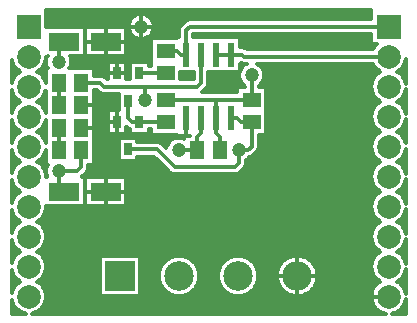
<source format=gbr>
G04 DipTrace 3.1.0.1*
G04 Âåðõíèé.gbr*
%MOIN*%
G04 #@! TF.FileFunction,Copper,L1,Top*
G04 #@! TF.Part,Single*
G04 #@! TA.AperFunction,CopperBalancing*
%ADD14C,0.011811*%
%ADD16R,0.100394X0.062992*%
%ADD17R,0.051181X0.059055*%
G04 #@! TA.AperFunction,ComponentPad*
%ADD20R,0.098425X0.098425*%
%ADD21C,0.098425*%
%ADD22R,0.07874X0.07874*%
%ADD23C,0.07874*%
%ADD25R,0.025591X0.041339*%
%ADD26R,0.059055X0.051181*%
%ADD27R,0.023622X0.07874*%
G04 #@! TA.AperFunction,ViaPad*
%ADD28C,0.047244*%
%FSLAX26Y26*%
G04*
G70*
G90*
G75*
G01*
G04 Top*
%LPD*%
X-1593917Y1506306D2*
D14*
X-1425152D1*
Y1443864D1*
X-1306387Y1506306D2*
X-1425152D1*
Y1443864D2*
Y1393899D1*
X-1412648Y1381395D1*
Y1337845D1*
X-1412853Y1337640D1*
X-1875299D2*
Y1281282D1*
X-1887698Y1268883D1*
X-1950205D1*
X-1306387Y1587667D2*
Y1506306D1*
X-1950205Y1268883D2*
Y1218732D1*
X-1931593Y1200121D1*
X-1475152Y1443864D2*
Y1393899D1*
X-1487656Y1381395D1*
Y1337640D1*
X-1550163D2*
X-1487656D1*
X-1375152Y1443864D2*
X-1356354D1*
X-1343993Y1431503D1*
X-1306387D1*
Y1350142D1*
X-1318888Y1337640D1*
X-1350142D1*
X-1718828Y1340849D2*
X-1622129D1*
X-1562664Y1281385D1*
X-1362643D1*
X-1350142Y1293886D1*
Y1337640D1*
X-850089Y1650136D2*
X-1331353D1*
X-1337640Y1656424D1*
X-1425114D1*
X-1425152Y1656462D1*
X-1375152D2*
X-1425152D1*
X-1593917Y1668823D2*
X-1556311D1*
X-1543912Y1656424D1*
X-1525190D1*
X-1525152Y1656462D1*
X-850089Y1750136D2*
X-1512706D1*
X-1525160Y1737682D1*
Y1656470D1*
X-1950205Y1631421D2*
Y1700178D1*
X-1931593D1*
X-1875299Y1562664D2*
X-1812690D1*
X-1800189Y1550163D1*
X-1662675D1*
Y1506408D1*
Y1550163D2*
X-1487656D1*
X-1475155Y1562664D1*
Y1656459D1*
X-1475152Y1656462D1*
X-1950102Y1337640D2*
Y1412648D1*
Y1562664D2*
Y1487656D1*
X-1718828Y1503366D2*
Y1443799D1*
X-1706429Y1431400D1*
X-1681427D1*
X-1594020D1*
X-1593917Y1431503D1*
X-1681427Y1593917D2*
X-1594020D1*
X-1593917Y1594020D1*
D28*
X-1950205Y1631421D3*
X-1662675Y1506408D3*
X-1950205Y1268883D3*
X-1350142Y1337640D3*
X-1550163D3*
X-1306387Y1587667D3*
X-1675176Y1750184D3*
X-1991475Y1795067D2*
D14*
X-908837D1*
X-1991475Y1783387D2*
X-1701768D1*
X-1648585D2*
X-908837D1*
X-1991475Y1771707D2*
X-1712194D1*
X-1638159D2*
X-1524625D1*
X-1991475Y1760028D2*
X-1716992D1*
X-1633361D2*
X-1538075D1*
X-1724227Y1748348D2*
X-1718129D1*
X-1632230D2*
X-1547948D1*
X-1724227Y1736668D2*
X-1715932D1*
X-1634421D2*
X-1550438D1*
X-1724227Y1724988D2*
X-1709726D1*
X-1640627D2*
X-1550438D1*
X-1499887D2*
X-908837D1*
X-1724227Y1713308D2*
X-1696070D1*
X-1654283D2*
X-1556344D1*
X-1343967D2*
X-908837D1*
X-1724227Y1701629D2*
X-1642804D1*
X-1343967D2*
X-908837D1*
X-1724227Y1689949D2*
X-1642804D1*
X-1343967D2*
X-892850D1*
X-1724227Y1678269D2*
X-1642804D1*
X-1326297D2*
X-901479D1*
X-1724227Y1666589D2*
X-1642804D1*
X-1724227Y1654909D2*
X-1642804D1*
X-1908912Y1643230D2*
X-1642804D1*
X-1907206Y1631550D2*
X-1788390D1*
X-1724066D2*
X-1713601D1*
X-1649255D2*
X-1642806D1*
X-2105501Y1619870D2*
X-2100374D1*
X-2000079D2*
X-1991576D1*
X-1908844D2*
X-1788390D1*
X-1724066D2*
X-1713601D1*
X-1649255D2*
X-1642806D1*
X-1343967D2*
X-1334241D1*
X-1278546D2*
X-900232D1*
X-799945D2*
X-794563D1*
X-2105501Y1608190D2*
X-2090816D1*
X-2009630D2*
X-1995059D1*
X-1830341D2*
X-1788390D1*
X-1724066D2*
X-1713601D1*
X-1268787D2*
X-890682D1*
X-809496D2*
X-794556D1*
X-2105501Y1596510D2*
X-2085487D1*
X-2014934D2*
X-1995059D1*
X-1830341D2*
X-1788390D1*
X-1724066D2*
X-1713601D1*
X-1545009D2*
X-1500427D1*
X-1449874D2*
X-1348429D1*
X-1264335D2*
X-885377D1*
X-814802D2*
X-794556D1*
X-2105501Y1584831D2*
X-2097332D1*
X-2003101D2*
X-1995059D1*
X-1802060D2*
X-1788390D1*
X-1724066D2*
X-1713601D1*
X-1545009D2*
X-1500427D1*
X-1449874D2*
X-1349282D1*
X-1263482D2*
X-897188D1*
X-802991D2*
X-794556D1*
X-1449874Y1573151D2*
X-1346768D1*
X-1265996D2*
X-904039D1*
X-1449898Y1561471D2*
X-1340147D1*
X-1272617D2*
X-907707D1*
X-1453612Y1549791D2*
X-1355280D1*
X-1257484D2*
X-908837D1*
X-1830341Y1538112D2*
X-1823385D1*
X-1464454D2*
X-1355280D1*
X-1257484D2*
X-907568D1*
X-1830341Y1526432D2*
X-1805529D1*
X-1257484D2*
X-903717D1*
X-2105501Y1514752D2*
X-2096778D1*
X-2003631D2*
X-1995059D1*
X-1830341D2*
X-1750996D1*
X-1257484D2*
X-896657D1*
X-803521D2*
X-794556D1*
X-2105501Y1503072D2*
X-2084542D1*
X-2015904D2*
X-1995059D1*
X-1830341D2*
X-1750996D1*
X-1257484D2*
X-884408D1*
X-815770D2*
X-794556D1*
X-2105501Y1491392D2*
X-2091531D1*
X-2008891D2*
X-1995059D1*
X-1830341D2*
X-1750996D1*
X-1257484D2*
X-891398D1*
X-808781D2*
X-794556D1*
X-2105501Y1479713D2*
X-2100789D1*
X-1999664D2*
X-1995059D1*
X-1830341D2*
X-1750996D1*
X-1257484D2*
X-900648D1*
X-799530D2*
X-794559D1*
X-1830341Y1468033D2*
X-1788390D1*
X-1257484D2*
X-905976D1*
X-1830341Y1456353D2*
X-1788390D1*
X-1257484D2*
X-908491D1*
X-1830341Y1444673D2*
X-1788390D1*
X-1257484D2*
X-908560D1*
X-1830341Y1432993D2*
X-1788390D1*
X-1257484D2*
X-906207D1*
X-2105501Y1421314D2*
X-2101203D1*
X-1999202D2*
X-1995042D1*
X-1830341D2*
X-1788390D1*
X-1257484D2*
X-901087D1*
X-799092D2*
X-794538D1*
X-2105501Y1409634D2*
X-2092293D1*
X-2008130D2*
X-1995059D1*
X-1830341D2*
X-1788390D1*
X-1724066D2*
X-1717938D1*
X-1257484D2*
X-892159D1*
X-808020D2*
X-794556D1*
X-2105501Y1397954D2*
X-2083434D1*
X-2016988D2*
X-1995059D1*
X-1830341D2*
X-1788390D1*
X-1724066D2*
X-1713601D1*
X-1649255D2*
X-1642806D1*
X-1257484D2*
X-883301D1*
X-816878D2*
X-794556D1*
X-2105501Y1386274D2*
X-2096180D1*
X-2004231D2*
X-1995059D1*
X-1830341D2*
X-1512423D1*
X-1281106D2*
X-896080D1*
X-804097D2*
X-794556D1*
X-1830341Y1374594D2*
X-1750996D1*
X-1686672D2*
X-1570900D1*
X-1281106D2*
X-903370D1*
X-1830341Y1362915D2*
X-1750996D1*
X-1611261D2*
X-1584650D1*
X-1281106D2*
X-907385D1*
X-1830341Y1351235D2*
X-1750996D1*
X-1597259D2*
X-1590891D1*
X-1281106D2*
X-908814D1*
X-1830341Y1339555D2*
X-1750996D1*
X-1283551D2*
X-907845D1*
X-1830341Y1327875D2*
X-1750996D1*
X-1293402D2*
X-904339D1*
X-2105501Y1316196D2*
X-2097885D1*
X-2002547D2*
X-1995059D1*
X-1830341D2*
X-1750996D1*
X-1686672D2*
X-1632724D1*
X-1306711D2*
X-897765D1*
X-802413D2*
X-794556D1*
X-2105501Y1304516D2*
X-2086503D1*
X-2013944D2*
X-1995059D1*
X-1830341D2*
X-1750996D1*
X-1686672D2*
X-1621051D1*
X-1323437D2*
X-886369D1*
X-813810D2*
X-794556D1*
X-2105501Y1292836D2*
X-2089986D1*
X-2010437D2*
X-1995059D1*
X-1830341D2*
X-1609379D1*
X-1324890D2*
X-889875D1*
X-810303D2*
X-794556D1*
X-2105501Y1281156D2*
X-2099867D1*
X-2000541D2*
X-1991345D1*
X-1850018D2*
X-1597682D1*
X-1328512D2*
X-899748D1*
X-800429D2*
X-794556D1*
X-1853110Y1269476D2*
X-1586010D1*
X-1339285D2*
X-905492D1*
X-1863537Y1257797D2*
X-1568755D1*
X-1356539D2*
X-908307D1*
X-1724227Y1246117D2*
X-908699D1*
X-1724227Y1234437D2*
X-906646D1*
X-1724227Y1222757D2*
X-901894D1*
X-798285D2*
X-794564D1*
X-2105501Y1211077D2*
X-2093677D1*
X-1724227D2*
X-893543D1*
X-806635D2*
X-794556D1*
X-2105501Y1199398D2*
X-2081173D1*
X-1724227D2*
X-881039D1*
X-819138D2*
X-794556D1*
X-2105501Y1187718D2*
X-2094992D1*
X-1724227D2*
X-894858D1*
X-805320D2*
X-794556D1*
X-1724227Y1176038D2*
X-902678D1*
X-1724227Y1164358D2*
X-907038D1*
X-1724227Y1152678D2*
X-908768D1*
X-1992213Y1140999D2*
X-908100D1*
X-1995373Y1129319D2*
X-904938D1*
X-2105501Y1117639D2*
X-2098899D1*
X-2001533D2*
X-898780D1*
X-801399D2*
X-794556D1*
X-2105501Y1105959D2*
X-2088302D1*
X-2012144D2*
X-888168D1*
X-812010D2*
X-794556D1*
X-2105501Y1094280D2*
X-2088325D1*
X-2012097D2*
X-888214D1*
X-811963D2*
X-794556D1*
X-2105501Y1082600D2*
X-2098945D1*
X-2001509D2*
X-898803D1*
X-801375D2*
X-794556D1*
X-1995350Y1070920D2*
X-904938D1*
X-1992189Y1059240D2*
X-908100D1*
X-1991543Y1047560D2*
X-908768D1*
X-1993274Y1035881D2*
X-907038D1*
X-1997656Y1024201D2*
X-902655D1*
X-2105501Y1012521D2*
X-2094969D1*
X-2005476D2*
X-894835D1*
X-805344D2*
X-794556D1*
X-2105501Y1000841D2*
X-2081105D1*
X-2019318D2*
X-880993D1*
X-819184D2*
X-794556D1*
X-2105501Y989161D2*
X-2093699D1*
X-2006723D2*
X-893589D1*
X-806589D2*
X-794556D1*
X-1998395Y977482D2*
X-1814018D1*
X-1676844D2*
X-1582988D1*
X-1514167D2*
X-1386146D1*
X-1317301D2*
X-1189303D1*
X-1120458D2*
X-901917D1*
X-798261D2*
X-794556D1*
X-1993643Y965802D2*
X-1814018D1*
X-1676844D2*
X-1598121D1*
X-1499033D2*
X-1401256D1*
X-1302190D2*
X-1204413D1*
X-1105348D2*
X-906646D1*
X-1991613Y954122D2*
X-1814018D1*
X-1676844D2*
X-1607188D1*
X-1489967D2*
X-1410344D1*
X-1293101D2*
X-1213501D1*
X-1096259D2*
X-908699D1*
X-1991982Y942442D2*
X-1814018D1*
X-1676844D2*
X-1612885D1*
X-1484269D2*
X-1416042D1*
X-1287404D2*
X-1219199D1*
X-1090560D2*
X-908307D1*
X-1994843Y930762D2*
X-1814018D1*
X-1676844D2*
X-1616092D1*
X-1481063D2*
X-1419249D1*
X-1284197D2*
X-1222406D1*
X-1087354D2*
X-905470D1*
X-2105501Y919083D2*
X-2099867D1*
X-2000563D2*
X-1814018D1*
X-1676844D2*
X-1617152D1*
X-1480001D2*
X-1420310D1*
X-1283136D2*
X-1223467D1*
X-1086293D2*
X-899726D1*
X-800453D2*
X-794556D1*
X-2105501Y907403D2*
X-2089963D1*
X-2010483D2*
X-1814018D1*
X-1676844D2*
X-1616184D1*
X-1480971D2*
X-1419341D1*
X-1284127D2*
X-1222475D1*
X-1087262D2*
X-889829D1*
X-810349D2*
X-794556D1*
X-2105501Y895723D2*
X-2086549D1*
X-2013896D2*
X-1814018D1*
X-1676844D2*
X-1613070D1*
X-1484085D2*
X-1416227D1*
X-1287243D2*
X-1219361D1*
X-1090377D2*
X-886415D1*
X-813764D2*
X-794556D1*
X-2105501Y884043D2*
X-2097930D1*
X-2002524D2*
X-1814018D1*
X-1676844D2*
X-1607487D1*
X-1489668D2*
X-1410621D1*
X-1292824D2*
X-1213778D1*
X-1095982D2*
X-897787D1*
X-802391D2*
X-794556D1*
X-1995950Y872364D2*
X-1814018D1*
X-1676844D2*
X-1598559D1*
X-1498594D2*
X-1401717D1*
X-1301730D2*
X-1204874D1*
X-1104886D2*
X-904362D1*
X-1992444Y860684D2*
X-1814018D1*
X-1676844D2*
X-1583819D1*
X-1513336D2*
X-1386976D1*
X-1316493D2*
X-1190110D1*
X-1119627D2*
X-907845D1*
X-1991497Y849004D2*
X-908814D1*
X-1992928Y837324D2*
X-907385D1*
X-1996942Y825644D2*
X-903370D1*
X-2105501Y813965D2*
X-2096180D1*
X-2004255D2*
X-896034D1*
X-804143D2*
X-794556D1*
X-2105501Y802285D2*
X-2083388D1*
X-2017034D2*
X-883255D1*
X-816924D2*
X-794556D1*
X-1992667Y1749864D2*
X-1863207D1*
Y1650493D1*
X-1912951Y1650403D1*
X-1910440Y1644341D1*
X-1908908Y1637962D1*
X-1908394Y1631421D1*
X-1908908Y1624881D1*
X-1910440Y1618501D1*
X-1912951Y1612440D1*
X-1914110Y1610370D1*
X-1831520Y1610381D1*
Y1586781D1*
X-1810799Y1586684D1*
X-1807066Y1586093D1*
X-1803470Y1584925D1*
X-1800101Y1583209D1*
X-1797042Y1580986D1*
X-1790220Y1574269D1*
X-1787202Y1574257D1*
X-1787214Y1632776D1*
X-1725245D1*
Y1574260D1*
X-1712413Y1574257D1*
X-1712411Y1632776D1*
X-1650442D1*
Y1618034D1*
X-1641634Y1618012D1*
Y1712602D1*
X-1555151D1*
X-1555152Y1714021D1*
X-1549269D1*
X-1549180Y1739573D1*
X-1548589Y1743307D1*
X-1547420Y1746903D1*
X-1545705Y1750272D1*
X-1543482Y1753331D1*
X-1529744Y1767175D1*
X-1526869Y1769630D1*
X-1523644Y1771605D1*
X-1520152Y1773051D1*
X-1516475Y1773934D1*
X-1512698Y1774231D1*
X-907644D1*
X-907648Y1806751D1*
X-1992669Y1806747D1*
X-1992656Y1749864D1*
X-1861003D2*
X-1725412D1*
Y1650493D1*
X-1862184D1*
Y1749864D1*
X-1861003D1*
X-1992667Y1249806D2*
X-1987458Y1249902D1*
X-1989970Y1255963D1*
X-1991501Y1262343D1*
X-1992016Y1268883D1*
X-1991501Y1275424D1*
X-1989970Y1281803D1*
X-1987458Y1287865D1*
X-1986299Y1289934D1*
X-1993882Y1289924D1*
Y1338344D1*
X-1995474Y1332350D1*
X-1997038Y1328110D1*
X-1998929Y1324005D1*
X-2001138Y1320062D1*
X-2003650Y1316304D1*
X-2006448Y1312755D1*
X-2009514Y1309436D1*
X-2012833Y1306369D1*
X-2016383Y1303571D1*
X-2021759Y1300154D1*
X-2016383Y1296702D1*
X-2012833Y1293904D1*
X-2009514Y1290837D1*
X-2006448Y1287518D1*
X-2003650Y1283969D1*
X-2001138Y1280211D1*
X-1998929Y1276268D1*
X-1997038Y1272163D1*
X-1995474Y1267923D1*
X-1994247Y1263573D1*
X-1993365Y1259140D1*
X-1992833Y1254652D1*
X-1992669Y1249802D1*
X-1872987Y1249806D2*
X-1863207D1*
Y1150436D1*
X-1992644D1*
X-1992833Y1145621D1*
X-1993365Y1141133D1*
X-1994247Y1136699D1*
X-1995474Y1132350D1*
X-1997038Y1128110D1*
X-1998929Y1124005D1*
X-2001138Y1120062D1*
X-2003650Y1116304D1*
X-2006448Y1112755D1*
X-2009514Y1109436D1*
X-2012833Y1106369D1*
X-2016383Y1103571D1*
X-2021759Y1100154D1*
X-2016383Y1096702D1*
X-2012833Y1093904D1*
X-2009514Y1090837D1*
X-2006448Y1087518D1*
X-2003650Y1083969D1*
X-2001138Y1080211D1*
X-1998929Y1076268D1*
X-1997038Y1072163D1*
X-1995474Y1067923D1*
X-1994247Y1063573D1*
X-1993365Y1059140D1*
X-1992833Y1054652D1*
X-1992656Y1050136D1*
X-1992833Y1045621D1*
X-1993365Y1041133D1*
X-1994247Y1036699D1*
X-1995474Y1032350D1*
X-1997038Y1028110D1*
X-1998929Y1024005D1*
X-2001138Y1020062D1*
X-2003650Y1016304D1*
X-2006448Y1012755D1*
X-2009514Y1009436D1*
X-2012833Y1006369D1*
X-2016383Y1003571D1*
X-2021759Y1000154D1*
X-2016383Y996702D1*
X-2012833Y993904D1*
X-2009514Y990837D1*
X-2006448Y987518D1*
X-2003650Y983969D1*
X-2001138Y980211D1*
X-1998929Y976268D1*
X-1997038Y972163D1*
X-1995474Y967923D1*
X-1994247Y963573D1*
X-1993365Y959140D1*
X-1992833Y954652D1*
X-1992656Y950136D1*
X-1992833Y945621D1*
X-1993365Y941133D1*
X-1994247Y936699D1*
X-1995474Y932350D1*
X-1997038Y928110D1*
X-1998929Y924005D1*
X-2001138Y920062D1*
X-2003650Y916304D1*
X-2006448Y912755D1*
X-2009514Y909436D1*
X-2012833Y906369D1*
X-2016383Y903571D1*
X-2021759Y900154D1*
X-2016383Y896702D1*
X-2012833Y893904D1*
X-2009514Y890837D1*
X-2006448Y887518D1*
X-2003650Y883969D1*
X-2001138Y880211D1*
X-1998929Y876268D1*
X-1997038Y872163D1*
X-1995474Y867923D1*
X-1994247Y863573D1*
X-1993365Y859140D1*
X-1992833Y854652D1*
X-1992656Y850136D1*
X-1992833Y845621D1*
X-1993365Y841133D1*
X-1994247Y836699D1*
X-1995474Y832350D1*
X-1997038Y828110D1*
X-1998929Y824005D1*
X-2001138Y820062D1*
X-2003650Y816304D1*
X-2006448Y812755D1*
X-2009514Y809436D1*
X-2012833Y806369D1*
X-2016383Y803571D1*
X-2020140Y801059D1*
X-2024084Y798850D1*
X-2028189Y796959D1*
X-2032429Y795395D1*
X-2036778Y794168D1*
X-2040398Y793448D1*
X-860055Y793450D1*
X-865774Y794756D1*
X-871364Y796654D1*
X-876730Y799113D1*
X-881815Y802110D1*
X-886567Y805612D1*
X-890936Y809583D1*
X-894874Y813979D1*
X-898341Y818756D1*
X-901302Y823864D1*
X-903723Y829247D1*
X-905581Y834849D1*
X-906856Y840613D1*
X-907531Y846478D1*
X-907605Y852379D1*
X-907072Y858259D1*
X-905941Y864052D1*
X-904222Y869699D1*
X-901933Y875140D1*
X-899100Y880319D1*
X-895751Y885180D1*
X-891923Y889672D1*
X-887652Y893749D1*
X-882988Y897366D1*
X-878600Y900135D1*
X-883921Y903571D1*
X-887471Y906369D1*
X-890790Y909436D1*
X-893857Y912755D1*
X-896655Y916304D1*
X-899167Y920062D1*
X-901375Y924005D1*
X-903266Y928110D1*
X-904831Y932350D1*
X-906058Y936699D1*
X-906940Y941133D1*
X-907471Y945621D1*
X-907648Y950136D1*
X-907471Y954652D1*
X-906940Y959140D1*
X-906058Y963573D1*
X-904831Y967923D1*
X-903266Y972163D1*
X-901375Y976268D1*
X-899167Y980211D1*
X-896655Y983969D1*
X-893857Y987518D1*
X-890790Y990837D1*
X-887471Y993904D1*
X-883921Y996702D1*
X-878546Y1000119D1*
X-883921Y1003571D1*
X-887471Y1006369D1*
X-890790Y1009436D1*
X-893857Y1012755D1*
X-896655Y1016304D1*
X-899167Y1020062D1*
X-901375Y1024005D1*
X-903266Y1028110D1*
X-904831Y1032350D1*
X-906058Y1036699D1*
X-906940Y1041133D1*
X-907471Y1045621D1*
X-907648Y1050136D1*
X-907471Y1054652D1*
X-906940Y1059140D1*
X-906058Y1063573D1*
X-904831Y1067923D1*
X-903266Y1072163D1*
X-901375Y1076268D1*
X-899167Y1080211D1*
X-896655Y1083969D1*
X-893857Y1087518D1*
X-890790Y1090837D1*
X-887471Y1093904D1*
X-883921Y1096702D1*
X-878546Y1100119D1*
X-883921Y1103571D1*
X-887471Y1106369D1*
X-890790Y1109436D1*
X-893857Y1112755D1*
X-896655Y1116304D1*
X-899167Y1120062D1*
X-901375Y1124005D1*
X-903266Y1128110D1*
X-904831Y1132350D1*
X-906058Y1136699D1*
X-906940Y1141133D1*
X-907471Y1145621D1*
X-907648Y1150136D1*
X-907471Y1154652D1*
X-906940Y1159140D1*
X-906058Y1163573D1*
X-904831Y1167923D1*
X-903266Y1172163D1*
X-901375Y1176268D1*
X-899167Y1180211D1*
X-896655Y1183969D1*
X-893857Y1187518D1*
X-890790Y1190837D1*
X-887471Y1193904D1*
X-883921Y1196702D1*
X-878546Y1200119D1*
X-883921Y1203571D1*
X-887471Y1206369D1*
X-890790Y1209436D1*
X-893857Y1212755D1*
X-896655Y1216304D1*
X-899167Y1220062D1*
X-901375Y1224005D1*
X-903266Y1228110D1*
X-904831Y1232350D1*
X-906058Y1236699D1*
X-906940Y1241133D1*
X-907471Y1245621D1*
X-907648Y1250136D1*
X-907471Y1254652D1*
X-906940Y1259140D1*
X-906058Y1263573D1*
X-904831Y1267923D1*
X-903266Y1272163D1*
X-901375Y1276268D1*
X-899167Y1280211D1*
X-896655Y1283969D1*
X-893857Y1287518D1*
X-890790Y1290837D1*
X-887471Y1293904D1*
X-883921Y1296702D1*
X-878546Y1300119D1*
X-883921Y1303571D1*
X-887471Y1306369D1*
X-890790Y1309436D1*
X-893857Y1312755D1*
X-896655Y1316304D1*
X-899167Y1320062D1*
X-901375Y1324005D1*
X-903266Y1328110D1*
X-904831Y1332350D1*
X-906058Y1336699D1*
X-906940Y1341133D1*
X-907471Y1345621D1*
X-907648Y1350136D1*
X-907471Y1354652D1*
X-906940Y1359140D1*
X-906058Y1363573D1*
X-904831Y1367923D1*
X-903266Y1372163D1*
X-901375Y1376268D1*
X-899167Y1380211D1*
X-896655Y1383969D1*
X-893857Y1387518D1*
X-890790Y1390837D1*
X-887471Y1393904D1*
X-883921Y1396702D1*
X-878546Y1400119D1*
X-883921Y1403571D1*
X-887471Y1406369D1*
X-890790Y1409436D1*
X-893857Y1412755D1*
X-896655Y1416304D1*
X-899167Y1420062D1*
X-901375Y1424005D1*
X-903266Y1428110D1*
X-904831Y1432350D1*
X-906058Y1436699D1*
X-906940Y1441133D1*
X-907471Y1445621D1*
X-907648Y1450136D1*
X-907471Y1454652D1*
X-906940Y1459140D1*
X-906058Y1463573D1*
X-904831Y1467923D1*
X-903266Y1472163D1*
X-901375Y1476268D1*
X-899167Y1480211D1*
X-896655Y1483969D1*
X-893857Y1487518D1*
X-890790Y1490837D1*
X-887471Y1493904D1*
X-883921Y1496702D1*
X-878546Y1500119D1*
X-883921Y1503571D1*
X-887471Y1506369D1*
X-890790Y1509436D1*
X-893857Y1512755D1*
X-896655Y1516304D1*
X-899167Y1520062D1*
X-901375Y1524005D1*
X-903266Y1528110D1*
X-904831Y1532350D1*
X-906058Y1536699D1*
X-906940Y1541133D1*
X-907471Y1545621D1*
X-907648Y1550136D1*
X-907471Y1554652D1*
X-906940Y1559140D1*
X-906058Y1563573D1*
X-904831Y1567923D1*
X-903266Y1572163D1*
X-901375Y1576268D1*
X-899167Y1580211D1*
X-896655Y1583969D1*
X-893857Y1587518D1*
X-890790Y1590837D1*
X-887471Y1593904D1*
X-883921Y1596702D1*
X-878546Y1600119D1*
X-883921Y1603571D1*
X-887471Y1606369D1*
X-890790Y1609436D1*
X-893857Y1612755D1*
X-896655Y1616304D1*
X-899167Y1620062D1*
X-902314Y1626042D1*
X-1289797D1*
X-1284541Y1623316D1*
X-1279234Y1619461D1*
X-1274593Y1614820D1*
X-1270738Y1609513D1*
X-1267759Y1603667D1*
X-1265731Y1597428D1*
X-1264705Y1590948D1*
Y1584386D1*
X-1265731Y1577906D1*
X-1267759Y1571667D1*
X-1270738Y1565820D1*
X-1274593Y1560513D1*
X-1279234Y1555873D1*
X-1282291Y1553520D1*
X-1282293Y1550088D1*
X-1258671Y1550085D1*
Y1387723D1*
X-1282315D1*
X-1282366Y1348251D1*
X-1282958Y1344517D1*
X-1284126Y1340921D1*
X-1285843Y1337552D1*
X-1288066Y1334493D1*
X-1301850Y1320602D1*
X-1304726Y1318147D1*
X-1307950Y1316172D1*
X-1311442Y1314724D1*
X-1315126Y1313841D1*
X-1316316Y1313064D1*
X-1320577Y1308076D1*
X-1325566Y1303815D1*
X-1326046Y1303493D1*
X-1326122Y1291995D1*
X-1326713Y1288261D1*
X-1327882Y1284665D1*
X-1329598Y1281297D1*
X-1331820Y1278238D1*
X-1345606Y1264348D1*
X-1348480Y1261891D1*
X-1351705Y1259916D1*
X-1355197Y1258470D1*
X-1358874Y1257587D1*
X-1362651Y1257290D1*
X-1564555Y1257364D1*
X-1568289Y1257955D1*
X-1571885Y1259123D1*
X-1575253Y1260840D1*
X-1578312Y1263063D1*
X-1600580Y1285226D1*
X-1632112Y1316757D1*
X-1687850Y1316755D1*
X-1687844Y1301991D1*
X-1749812D1*
Y1379707D1*
X-1687844D1*
Y1364966D1*
X-1620238Y1364870D1*
X-1616504Y1364278D1*
X-1612908Y1363110D1*
X-1609539Y1361394D1*
X-1606480Y1359171D1*
X-1591438Y1344234D1*
X-1589928Y1350560D1*
X-1587416Y1356622D1*
X-1583988Y1362217D1*
X-1579727Y1367205D1*
X-1574739Y1371466D1*
X-1569144Y1374894D1*
X-1563083Y1377406D1*
X-1556703Y1378937D1*
X-1550163Y1379451D1*
X-1543622Y1378937D1*
X-1537243Y1377406D1*
X-1531425Y1375007D1*
X-1531436Y1385357D1*
X-1511436D1*
X-1511688Y1386304D1*
X-1555152D1*
Y1387720D1*
X-1641634Y1387723D1*
Y1407308D1*
X-1650423Y1407306D1*
X-1650442Y1392542D1*
X-1712411D1*
Y1408067D1*
X-1715650Y1409140D1*
X-1719018Y1410856D1*
X-1722077Y1413079D1*
X-1723471Y1414369D1*
X-1725245Y1414747D1*
Y1392542D1*
X-1787214D1*
Y1470259D1*
X-1749811D1*
X-1749812Y1526077D1*
X-1802080Y1526142D1*
X-1805814Y1526734D1*
X-1809409Y1527902D1*
X-1812778Y1529618D1*
X-1815837Y1531841D1*
X-1822659Y1538558D1*
X-1831537Y1538570D1*
X-1831520Y1289924D1*
X-1851197D1*
X-1851280Y1279391D1*
X-1851870Y1275657D1*
X-1853039Y1272062D1*
X-1854756Y1268693D1*
X-1856978Y1265634D1*
X-1870660Y1251845D1*
X-1872056Y1250556D1*
X-1861003Y1249806D2*
X-1725412D1*
Y1150436D1*
X-1862184D1*
Y1249806D1*
X-1861003D1*
X-1993882Y1461970D2*
X-1993858Y1535373D1*
X-1994247Y1536699D1*
X-1995474Y1532350D1*
X-1997038Y1528110D1*
X-1998929Y1524005D1*
X-2001138Y1520062D1*
X-2003650Y1516304D1*
X-2006448Y1512755D1*
X-2009514Y1509436D1*
X-2012833Y1506369D1*
X-2016383Y1503571D1*
X-2021759Y1500154D1*
X-2016383Y1496702D1*
X-2012833Y1493904D1*
X-2009514Y1490837D1*
X-2006448Y1487518D1*
X-2003650Y1483969D1*
X-2001138Y1480211D1*
X-1998929Y1476268D1*
X-1997038Y1472163D1*
X-1995474Y1467923D1*
X-1993885Y1461756D1*
X-1993882Y1385348D2*
Y1438312D1*
X-1995474Y1432350D1*
X-1997038Y1428110D1*
X-1998929Y1424005D1*
X-2001138Y1420062D1*
X-2003650Y1416304D1*
X-2006448Y1412755D1*
X-2009514Y1409436D1*
X-2012833Y1406369D1*
X-2016383Y1403571D1*
X-2021759Y1400154D1*
X-2016383Y1396702D1*
X-2012833Y1393904D1*
X-2009514Y1390837D1*
X-2006448Y1387518D1*
X-2003650Y1383969D1*
X-2001138Y1380211D1*
X-1998929Y1376268D1*
X-1997038Y1372163D1*
X-1995474Y1367923D1*
X-1993885Y1361756D1*
X-1993858Y1385357D1*
X-1806924Y986248D2*
X-1678026D1*
Y851445D1*
X-1812829D1*
Y986248D1*
X-1806924D1*
X-1481383Y913558D2*
X-1482005Y908303D1*
X-1483038Y903112D1*
X-1484475Y898018D1*
X-1486307Y893052D1*
X-1488522Y888247D1*
X-1491108Y883629D1*
X-1494049Y879228D1*
X-1497325Y875072D1*
X-1500917Y871186D1*
X-1504803Y867594D1*
X-1508959Y864318D1*
X-1513360Y861377D1*
X-1517978Y858791D1*
X-1522783Y856576D1*
X-1527749Y854744D1*
X-1532843Y853307D1*
X-1538034Y852274D1*
X-1543289Y851652D1*
X-1548577Y851445D1*
X-1553866Y851652D1*
X-1559121Y852274D1*
X-1564312Y853307D1*
X-1569406Y854744D1*
X-1574371Y856576D1*
X-1579177Y858791D1*
X-1583795Y861377D1*
X-1588196Y864318D1*
X-1592352Y867594D1*
X-1596238Y871186D1*
X-1599829Y875072D1*
X-1603106Y879228D1*
X-1606047Y883629D1*
X-1608633Y888247D1*
X-1610848Y893052D1*
X-1612680Y898018D1*
X-1614117Y903112D1*
X-1615150Y908303D1*
X-1615772Y913558D1*
X-1615979Y918846D1*
X-1615772Y924135D1*
X-1615150Y929390D1*
X-1614117Y934581D1*
X-1612680Y939675D1*
X-1610848Y944640D1*
X-1608633Y949446D1*
X-1606047Y954064D1*
X-1603106Y958465D1*
X-1599829Y962621D1*
X-1596238Y966507D1*
X-1592352Y970098D1*
X-1588196Y973375D1*
X-1583795Y976316D1*
X-1579177Y978902D1*
X-1574371Y981117D1*
X-1569406Y982949D1*
X-1564312Y984386D1*
X-1559121Y985419D1*
X-1553866Y986041D1*
X-1548577Y986248D1*
X-1543289Y986041D1*
X-1538034Y985419D1*
X-1532843Y984386D1*
X-1527749Y982949D1*
X-1522783Y981117D1*
X-1517978Y978902D1*
X-1513360Y976316D1*
X-1508959Y973375D1*
X-1504803Y970098D1*
X-1500917Y966507D1*
X-1497325Y962621D1*
X-1494049Y958465D1*
X-1491108Y954064D1*
X-1488522Y949446D1*
X-1486307Y944640D1*
X-1484475Y939675D1*
X-1483038Y934581D1*
X-1482005Y929390D1*
X-1481383Y924135D1*
X-1481176Y918846D1*
X-1481383Y913558D1*
X-1284533D2*
X-1285155Y908303D1*
X-1286188Y903112D1*
X-1287625Y898018D1*
X-1289457Y893052D1*
X-1291672Y888247D1*
X-1294257Y883629D1*
X-1297198Y879228D1*
X-1300475Y875072D1*
X-1304067Y871186D1*
X-1307953Y867594D1*
X-1312109Y864318D1*
X-1316509Y861377D1*
X-1321127Y858791D1*
X-1325933Y856576D1*
X-1330899Y854744D1*
X-1335992Y853307D1*
X-1341184Y852274D1*
X-1346438Y851652D1*
X-1351727Y851445D1*
X-1357016Y851652D1*
X-1362270Y852274D1*
X-1367462Y853307D1*
X-1372555Y854744D1*
X-1377521Y856576D1*
X-1382327Y858791D1*
X-1386945Y861377D1*
X-1391345Y864318D1*
X-1395501Y867594D1*
X-1399387Y871186D1*
X-1402979Y875072D1*
X-1406256Y879228D1*
X-1409197Y883629D1*
X-1411782Y888247D1*
X-1413997Y893052D1*
X-1415829Y898018D1*
X-1417266Y903112D1*
X-1418299Y908303D1*
X-1418921Y913558D1*
X-1419129Y918846D1*
X-1418921Y924135D1*
X-1418299Y929390D1*
X-1417266Y934581D1*
X-1415829Y939675D1*
X-1413997Y944640D1*
X-1411782Y949446D1*
X-1409197Y954064D1*
X-1406256Y958465D1*
X-1402979Y962621D1*
X-1399387Y966507D1*
X-1395501Y970098D1*
X-1391345Y973375D1*
X-1386945Y976316D1*
X-1382327Y978902D1*
X-1377521Y981117D1*
X-1372555Y982949D1*
X-1367462Y984386D1*
X-1362270Y985419D1*
X-1357016Y986041D1*
X-1351727Y986248D1*
X-1346438Y986041D1*
X-1341184Y985419D1*
X-1335992Y984386D1*
X-1330899Y982949D1*
X-1325933Y981117D1*
X-1321127Y978902D1*
X-1316509Y976316D1*
X-1312109Y973375D1*
X-1307953Y970098D1*
X-1304067Y966507D1*
X-1300475Y962621D1*
X-1297198Y958465D1*
X-1294257Y954064D1*
X-1291672Y949446D1*
X-1289457Y944640D1*
X-1287625Y939675D1*
X-1286188Y934581D1*
X-1285155Y929390D1*
X-1284533Y924135D1*
X-1284325Y918846D1*
X-1284533Y913558D1*
X-1087486Y917665D2*
X-1087848Y911773D1*
X-1088723Y905934D1*
X-1090108Y900196D1*
X-1091987Y894600D1*
X-1094350Y889189D1*
X-1097177Y884007D1*
X-1100448Y879092D1*
X-1104135Y874482D1*
X-1108213Y870211D1*
X-1112647Y866315D1*
X-1117406Y862820D1*
X-1122451Y859757D1*
X-1127747Y857146D1*
X-1133251Y855009D1*
X-1138919Y853361D1*
X-1144711Y852217D1*
X-1150580Y851581D1*
X-1156483Y851465D1*
X-1162373Y851864D1*
X-1168206Y852776D1*
X-1173936Y854196D1*
X-1179520Y856112D1*
X-1184915Y858508D1*
X-1190080Y861369D1*
X-1194974Y864669D1*
X-1199562Y868386D1*
X-1203806Y872490D1*
X-1207675Y876949D1*
X-1211138Y881730D1*
X-1214169Y886795D1*
X-1216747Y892106D1*
X-1218849Y897623D1*
X-1220462Y903302D1*
X-1221570Y909101D1*
X-1222167Y914974D1*
X-1222248Y920878D1*
X-1221811Y926765D1*
X-1220862Y932592D1*
X-1219406Y938312D1*
X-1217455Y943885D1*
X-1215024Y949265D1*
X-1212131Y954411D1*
X-1208799Y959285D1*
X-1205054Y963848D1*
X-1200924Y968067D1*
X-1196441Y971907D1*
X-1191638Y975340D1*
X-1186554Y978341D1*
X-1181226Y980885D1*
X-1175697Y982951D1*
X-1170007Y984528D1*
X-1164201Y985600D1*
X-1158324Y986160D1*
X-1152421Y986203D1*
X-1146537Y985730D1*
X-1140715Y984744D1*
X-1135004Y983252D1*
X-1129444Y981265D1*
X-1124080Y978801D1*
X-1118951Y975875D1*
X-1114098Y972513D1*
X-1109559Y968739D1*
X-1105367Y964583D1*
X-1101555Y960075D1*
X-1098152Y955251D1*
X-1095184Y950147D1*
X-1092675Y944804D1*
X-1090642Y939261D1*
X-1089101Y933562D1*
X-1088066Y927751D1*
X-1087543Y921870D1*
X-1087486Y917665D1*
X-1992833Y1645621D2*
X-1993365Y1641133D1*
X-1994247Y1636699D1*
X-1995474Y1632350D1*
X-1997038Y1628110D1*
X-1998929Y1624005D1*
X-2001138Y1620062D1*
X-2003650Y1616304D1*
X-2006448Y1612755D1*
X-2009514Y1609436D1*
X-2012833Y1606369D1*
X-2016383Y1603571D1*
X-2021759Y1600154D1*
X-2016383Y1596702D1*
X-2012833Y1593904D1*
X-2009514Y1590837D1*
X-2006448Y1587518D1*
X-2003650Y1583969D1*
X-2001138Y1580211D1*
X-1998929Y1576268D1*
X-1997038Y1572163D1*
X-1995474Y1567923D1*
X-1993885Y1561756D1*
X-1993882Y1610381D1*
X-1986339D1*
X-1988833Y1615421D1*
X-1990861Y1621660D1*
X-1991887Y1628140D1*
Y1634702D1*
X-1990861Y1641182D1*
X-1988833Y1647421D1*
X-1987402Y1650504D1*
X-1992656Y1650136D1*
X-1992833Y1645621D1*
X-2078672Y1600154D2*
X-2084047Y1603571D1*
X-2087597Y1606369D1*
X-2090916Y1609436D1*
X-2093983Y1612755D1*
X-2096781Y1616304D1*
X-2099293Y1620062D1*
X-2101501Y1624005D1*
X-2103392Y1628110D1*
X-2104957Y1632350D1*
X-2106697Y1639280D1*
X-2106694Y1561230D1*
X-2104957Y1567923D1*
X-2103392Y1572163D1*
X-2101501Y1576268D1*
X-2099293Y1580211D1*
X-2096781Y1583969D1*
X-2093983Y1587518D1*
X-2090916Y1590837D1*
X-2087597Y1593904D1*
X-2084047Y1596702D1*
X-2078672Y1600119D1*
Y1500154D2*
X-2084047Y1503571D1*
X-2087597Y1506369D1*
X-2090916Y1509436D1*
X-2093983Y1512755D1*
X-2096781Y1516304D1*
X-2099293Y1520062D1*
X-2101501Y1524005D1*
X-2103392Y1528110D1*
X-2104957Y1532350D1*
X-2106697Y1539280D1*
X-2106694Y1461251D1*
X-2104957Y1467923D1*
X-2103392Y1472163D1*
X-2101501Y1476268D1*
X-2099293Y1480211D1*
X-2096781Y1483969D1*
X-2093983Y1487518D1*
X-2090916Y1490837D1*
X-2087597Y1493904D1*
X-2084047Y1496702D1*
X-2078672Y1500119D1*
Y1400154D2*
X-2084047Y1403571D1*
X-2087597Y1406369D1*
X-2090916Y1409436D1*
X-2093983Y1412755D1*
X-2096781Y1416304D1*
X-2099293Y1420062D1*
X-2101501Y1424005D1*
X-2103392Y1428110D1*
X-2104957Y1432350D1*
X-2106697Y1439280D1*
X-2106694Y1361227D1*
X-2104957Y1367923D1*
X-2103392Y1372163D1*
X-2101501Y1376268D1*
X-2099293Y1380211D1*
X-2096781Y1383969D1*
X-2093983Y1387518D1*
X-2090916Y1390837D1*
X-2087597Y1393904D1*
X-2084047Y1396702D1*
X-2078672Y1400119D1*
Y1300154D2*
X-2084047Y1303571D1*
X-2087597Y1306369D1*
X-2090916Y1309436D1*
X-2093983Y1312755D1*
X-2096781Y1316304D1*
X-2099293Y1320062D1*
X-2101501Y1324005D1*
X-2103392Y1328110D1*
X-2104957Y1332350D1*
X-2106697Y1339280D1*
X-2106694Y1261248D1*
X-2104957Y1267923D1*
X-2103392Y1272163D1*
X-2101501Y1276268D1*
X-2099293Y1280211D1*
X-2096781Y1283969D1*
X-2093983Y1287518D1*
X-2090916Y1290837D1*
X-2087597Y1293904D1*
X-2084047Y1296702D1*
X-2078672Y1300119D1*
Y1200154D2*
X-2084047Y1203571D1*
X-2087597Y1206369D1*
X-2090916Y1209436D1*
X-2093983Y1212755D1*
X-2096781Y1216304D1*
X-2099293Y1220062D1*
X-2101501Y1224005D1*
X-2103392Y1228110D1*
X-2104957Y1232350D1*
X-2106697Y1239280D1*
X-2106694Y1161223D1*
X-2104957Y1167923D1*
X-2103392Y1172163D1*
X-2101501Y1176268D1*
X-2099293Y1180211D1*
X-2096781Y1183969D1*
X-2093983Y1187518D1*
X-2090916Y1190837D1*
X-2087597Y1193904D1*
X-2084047Y1196702D1*
X-2078672Y1200119D1*
Y1100154D2*
X-2084047Y1103571D1*
X-2087597Y1106369D1*
X-2090916Y1109436D1*
X-2093983Y1112755D1*
X-2096781Y1116304D1*
X-2099293Y1120062D1*
X-2101501Y1124005D1*
X-2103392Y1128110D1*
X-2104957Y1132350D1*
X-2106697Y1139280D1*
X-2106694Y1061245D1*
X-2104957Y1067923D1*
X-2103392Y1072163D1*
X-2101501Y1076268D1*
X-2099293Y1080211D1*
X-2096781Y1083969D1*
X-2093983Y1087518D1*
X-2090916Y1090837D1*
X-2087597Y1093904D1*
X-2084047Y1096702D1*
X-2078672Y1100119D1*
Y1000154D2*
X-2084047Y1003571D1*
X-2087597Y1006369D1*
X-2090916Y1009436D1*
X-2093983Y1012755D1*
X-2096781Y1016304D1*
X-2099293Y1020062D1*
X-2101501Y1024005D1*
X-2103392Y1028110D1*
X-2104957Y1032350D1*
X-2106697Y1039280D1*
X-2106694Y961220D1*
X-2104957Y967923D1*
X-2103392Y972163D1*
X-2101501Y976268D1*
X-2099293Y980211D1*
X-2096781Y983969D1*
X-2093983Y987518D1*
X-2090916Y990837D1*
X-2087597Y993904D1*
X-2084047Y996702D1*
X-2078672Y1000119D1*
Y900154D2*
X-2084047Y903571D1*
X-2087597Y906369D1*
X-2090916Y909436D1*
X-2093983Y912755D1*
X-2096781Y916304D1*
X-2099293Y920062D1*
X-2101501Y924005D1*
X-2103392Y928110D1*
X-2104957Y932350D1*
X-2106697Y939280D1*
X-2106694Y861241D1*
X-2104957Y867923D1*
X-2103392Y872163D1*
X-2101501Y876268D1*
X-2099293Y880211D1*
X-2096781Y883969D1*
X-2093983Y887518D1*
X-2090916Y890837D1*
X-2087597Y893904D1*
X-2084047Y896702D1*
X-2078672Y900119D1*
X-2060033Y793448D2*
X-2063652Y794168D1*
X-2068001Y795395D1*
X-2072241Y796959D1*
X-2076346Y798850D1*
X-2080290Y801059D1*
X-2084047Y803571D1*
X-2087597Y806369D1*
X-2090916Y809436D1*
X-2093983Y812755D1*
X-2096781Y816304D1*
X-2099293Y820062D1*
X-2101501Y824005D1*
X-2103392Y828110D1*
X-2104957Y832350D1*
X-2106697Y839280D1*
X-2106694Y793467D1*
X-2060211Y793450D1*
X-888979Y1692577D2*
X-907648D1*
Y1726050D1*
X-1501056Y1726042D1*
X-1501066Y1714037D1*
X-1345152Y1714021D1*
Y1680503D1*
X-1335749Y1680444D1*
X-1332016Y1679853D1*
X-1328420Y1678684D1*
X-1325051Y1676967D1*
X-1321987Y1674740D1*
X-1319542Y1674231D1*
X-902350D1*
X-899167Y1680211D1*
X-896655Y1683969D1*
X-893857Y1687518D1*
X-888909Y1692575D1*
X-793366Y1640492D2*
X-794121Y1636699D1*
X-795348Y1632350D1*
X-796912Y1628110D1*
X-798803Y1624005D1*
X-801012Y1620062D1*
X-803524Y1616304D1*
X-806322Y1612755D1*
X-809388Y1609436D1*
X-812707Y1606369D1*
X-816257Y1603571D1*
X-821633Y1600154D1*
X-816257Y1596702D1*
X-812707Y1593904D1*
X-809388Y1590837D1*
X-806322Y1587518D1*
X-803524Y1583969D1*
X-801012Y1580211D1*
X-798803Y1576268D1*
X-796912Y1572163D1*
X-795348Y1567923D1*
X-794121Y1563573D1*
X-793366Y1559781D1*
Y1640361D1*
Y1540492D2*
X-794121Y1536699D1*
X-795348Y1532350D1*
X-796912Y1528110D1*
X-798803Y1524005D1*
X-801012Y1520062D1*
X-803524Y1516304D1*
X-806322Y1512755D1*
X-809388Y1509436D1*
X-812707Y1506369D1*
X-816257Y1503571D1*
X-821633Y1500154D1*
X-816257Y1496702D1*
X-812707Y1493904D1*
X-809388Y1490837D1*
X-806322Y1487518D1*
X-803524Y1483969D1*
X-801012Y1480211D1*
X-798803Y1476268D1*
X-796912Y1472163D1*
X-795348Y1467923D1*
X-794121Y1463573D1*
X-793366Y1459781D1*
Y1540382D1*
Y1440492D2*
X-794121Y1436699D1*
X-795348Y1432350D1*
X-796912Y1428110D1*
X-798803Y1424005D1*
X-801012Y1420062D1*
X-803524Y1416304D1*
X-806322Y1412755D1*
X-809388Y1409436D1*
X-812707Y1406369D1*
X-816257Y1403571D1*
X-821633Y1400154D1*
X-816257Y1396702D1*
X-812707Y1393904D1*
X-809388Y1390837D1*
X-806322Y1387518D1*
X-803524Y1383969D1*
X-801012Y1380211D1*
X-798803Y1376268D1*
X-796912Y1372163D1*
X-795348Y1367923D1*
X-794121Y1363573D1*
X-793366Y1360379D1*
Y1440357D1*
Y1340492D2*
X-794121Y1336699D1*
X-795348Y1332350D1*
X-796912Y1328110D1*
X-798803Y1324005D1*
X-801012Y1320062D1*
X-803524Y1316304D1*
X-806322Y1312755D1*
X-809388Y1309436D1*
X-812707Y1306369D1*
X-816257Y1303571D1*
X-821633Y1300154D1*
X-816257Y1296702D1*
X-812707Y1293904D1*
X-809388Y1290837D1*
X-806322Y1287518D1*
X-803524Y1283969D1*
X-801012Y1280211D1*
X-798803Y1276268D1*
X-796912Y1272163D1*
X-795348Y1267923D1*
X-794121Y1263573D1*
X-793366Y1259986D1*
Y1340379D1*
Y1240492D2*
X-794121Y1236699D1*
X-795348Y1232350D1*
X-796912Y1228110D1*
X-798803Y1224005D1*
X-801012Y1220062D1*
X-803524Y1216304D1*
X-806322Y1212755D1*
X-809388Y1209436D1*
X-812707Y1206369D1*
X-816257Y1203571D1*
X-821633Y1200154D1*
X-816257Y1196702D1*
X-812707Y1193904D1*
X-809388Y1190837D1*
X-806322Y1187518D1*
X-803524Y1183969D1*
X-801012Y1180211D1*
X-798803Y1176268D1*
X-796912Y1172163D1*
X-795348Y1167923D1*
X-794121Y1163573D1*
X-793366Y1159781D1*
Y1240354D1*
Y1140492D2*
X-794121Y1136699D1*
X-795348Y1132350D1*
X-796912Y1128110D1*
X-798803Y1124005D1*
X-801012Y1120062D1*
X-803524Y1116304D1*
X-806322Y1112755D1*
X-809388Y1109436D1*
X-812707Y1106369D1*
X-816257Y1103571D1*
X-821633Y1100154D1*
X-816257Y1096702D1*
X-812707Y1093904D1*
X-809388Y1090837D1*
X-806322Y1087518D1*
X-803524Y1083969D1*
X-801012Y1080211D1*
X-798803Y1076268D1*
X-796912Y1072163D1*
X-795348Y1067923D1*
X-794121Y1063573D1*
X-793366Y1059781D1*
Y1140375D1*
Y1040492D2*
X-794121Y1036699D1*
X-795348Y1032350D1*
X-796912Y1028110D1*
X-798803Y1024005D1*
X-801012Y1020062D1*
X-803524Y1016304D1*
X-806322Y1012755D1*
X-809388Y1009436D1*
X-812707Y1006369D1*
X-816257Y1003571D1*
X-821633Y1000154D1*
X-816257Y996702D1*
X-812707Y993904D1*
X-809388Y990837D1*
X-806322Y987518D1*
X-803524Y983969D1*
X-801012Y980211D1*
X-798803Y976268D1*
X-796912Y972163D1*
X-795348Y967923D1*
X-794121Y963573D1*
X-793366Y959781D1*
Y1040352D1*
Y940492D2*
X-794121Y936699D1*
X-795348Y932350D1*
X-796912Y928110D1*
X-798803Y924005D1*
X-801012Y920062D1*
X-803524Y916304D1*
X-806322Y912755D1*
X-809388Y909436D1*
X-812707Y906369D1*
X-816257Y903571D1*
X-821633Y900154D1*
X-817482Y897568D1*
X-812795Y893980D1*
X-808501Y889929D1*
X-804644Y885461D1*
X-801265Y880621D1*
X-798400Y875461D1*
X-796079Y870033D1*
X-794324Y864396D1*
X-793367Y859908D1*
X-793366Y940373D1*
Y840381D2*
X-794566Y834963D1*
X-796412Y829357D1*
X-798823Y823969D1*
X-801772Y818856D1*
X-805230Y814071D1*
X-809160Y809667D1*
X-813520Y805688D1*
X-818265Y802176D1*
X-823344Y799168D1*
X-828705Y796697D1*
X-834290Y794789D1*
X-840110Y793450D1*
X-793387D1*
X-793366Y840348D1*
X-1348198Y1550085D2*
X-1330504D1*
X-1330963Y1553841D1*
X-1335951Y1558102D1*
X-1340213Y1563091D1*
X-1343640Y1568685D1*
X-1346152Y1574747D1*
X-1347684Y1581126D1*
X-1348198Y1587667D1*
X-1347684Y1594207D1*
X-1346629Y1598896D1*
X-1451080Y1598903D1*
X-1451135Y1560773D1*
X-1451726Y1557039D1*
X-1452895Y1553444D1*
X-1454612Y1550075D1*
X-1456833Y1547016D1*
X-1470618Y1533125D1*
X-1473500Y1530665D1*
X-1469902Y1530400D1*
X-1354125D1*
X-1354104Y1550085D1*
X-1348198D1*
X-1546201Y1598883D2*
Y1574245D1*
X-1499235Y1574257D1*
X-1499249Y1598904D1*
X-1546202Y1598903D1*
X-1345154Y1603294D2*
X-1343640Y1606648D1*
X-1340213Y1612243D1*
X-1335951Y1617231D1*
X-1330963Y1621492D1*
X-1325369Y1624920D1*
X-1322934Y1626043D1*
X-1333244Y1626117D1*
X-1336978Y1626707D1*
X-1340573Y1627877D1*
X-1343949Y1629597D1*
X-1345152Y1625438D1*
Y1603315D1*
X-1633382Y1749003D2*
X-1633781Y1744298D1*
X-1634709Y1739668D1*
X-1636152Y1735172D1*
X-1638094Y1730867D1*
X-1640508Y1726810D1*
X-1643365Y1723050D1*
X-1646627Y1719636D1*
X-1650253Y1716612D1*
X-1654198Y1714016D1*
X-1658409Y1711882D1*
X-1662836Y1710235D1*
X-1667419Y1709098D1*
X-1672101Y1708486D1*
X-1676822Y1708406D1*
X-1681522Y1708857D1*
X-1686142Y1709836D1*
X-1690621Y1711329D1*
X-1694903Y1713319D1*
X-1698934Y1715778D1*
X-1702661Y1718677D1*
X-1706039Y1721976D1*
X-1709022Y1725636D1*
X-1711575Y1729609D1*
X-1713663Y1733845D1*
X-1715259Y1738289D1*
X-1716345Y1742885D1*
X-1716906Y1747572D1*
X-1716933Y1752294D1*
X-1716429Y1756990D1*
X-1715399Y1761597D1*
X-1713856Y1766060D1*
X-1711819Y1770320D1*
X-1709315Y1774323D1*
X-1706375Y1778018D1*
X-1703038Y1781358D1*
X-1699345Y1784302D1*
X-1695344Y1786808D1*
X-1691085Y1788849D1*
X-1686625Y1790396D1*
X-1682017Y1791432D1*
X-1677323Y1791940D1*
X-1672601Y1791916D1*
X-1667912Y1791360D1*
X-1663316Y1790277D1*
X-1658870Y1788684D1*
X-1654634Y1786600D1*
X-1650659Y1784052D1*
X-1646996Y1781071D1*
X-1643693Y1777697D1*
X-1640791Y1773972D1*
X-1638328Y1769944D1*
X-1636336Y1765663D1*
X-1634837Y1761184D1*
X-1633854Y1756566D1*
X-1633399Y1751866D1*
X-1633382Y1749003D1*
X-1793798Y1749840D2*
Y1650517D1*
X-1862160Y1700178D2*
X-1725436D1*
X-1793798Y1249782D2*
Y1150459D1*
X-1862160Y1200121D2*
X-1725436D1*
X-1875299Y1487656D2*
X-1831543D1*
X-1875299Y1412648D2*
X-1831542D1*
X-1154877Y986224D2*
Y851469D1*
X-1222255Y918846D2*
X-1087499D1*
X-907625Y850136D2*
X-850089D1*
X-1756230Y1632752D2*
Y1593917D1*
X-1787190D2*
X-1725268D1*
X-1756230Y1470235D2*
Y1392564D1*
X-1787190Y1431400D2*
X-1756230D1*
X-1675176Y1791971D2*
Y1708396D1*
X-1716963Y1750184D2*
X-1633388D1*
X-1525152Y1443864D2*
Y1386327D1*
D16*
X-1931593Y1700178D3*
X-1793798D3*
X-1931593Y1200121D3*
X-1793798D3*
D17*
X-1875299Y1487656D3*
X-1950102D3*
X-1875299Y1412648D3*
X-1950102D3*
D20*
X-1745428Y918846D3*
D21*
X-1548577D3*
X-1351727D3*
X-1154877D3*
D22*
X-2050215Y1750136D3*
D23*
Y1650136D3*
Y1550136D3*
Y1450136D3*
Y1350136D3*
Y1250136D3*
Y1150136D3*
Y1050136D3*
Y950136D3*
Y850136D3*
D22*
X-850089Y1750136D3*
D23*
Y1650136D3*
Y1550136D3*
Y1450136D3*
Y1350136D3*
Y1250136D3*
Y1150136D3*
Y1050136D3*
Y950136D3*
Y850136D3*
D25*
X-1681427Y1593917D3*
X-1756230D3*
X-1718828Y1503366D3*
X-1681427Y1431400D3*
X-1756230D3*
X-1718828Y1340849D3*
D26*
X-1306387Y1431503D3*
Y1506306D3*
D17*
X-1487656Y1337640D3*
X-1412853D3*
D26*
X-1593917Y1431503D3*
Y1506306D3*
Y1668823D3*
Y1594020D3*
D17*
X-1950102Y1337640D3*
X-1875299D3*
Y1562664D3*
X-1950102D3*
D27*
X-1375152Y1656462D3*
X-1425152D3*
X-1475152D3*
X-1525152D3*
Y1443864D3*
X-1475152D3*
X-1425152D3*
X-1375152D3*
M02*

</source>
